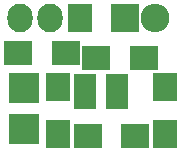
<source format=gts>
%TF.GenerationSoftware,KiCad,Pcbnew,4.0.4+e1-6308~48~ubuntu16.04.1-stable*%
%TF.CreationDate,2016-10-26T09:32:56-07:00*%
%TF.ProjectId,AT42QT1012-TSHR,415434325154313031322D545348522E,rev?*%
%TF.FileFunction,Soldermask,Top*%
%FSLAX46Y46*%
G04 Gerber Fmt 4.6, Leading zero omitted, Abs format (unit mm)*
G04 Created by KiCad (PCBNEW 4.0.4+e1-6308~48~ubuntu16.04.1-stable) date Wed Oct 26 09:32:56 2016*
%MOMM*%
%LPD*%
G01*
G04 APERTURE LIST*
%ADD10C,0.050000*%
%ADD11R,2.400000X2.000000*%
%ADD12R,2.432000X2.432000*%
%ADD13O,2.432000X2.432000*%
%ADD14R,2.635200X2.635200*%
%ADD15R,2.127200X2.432000*%
%ADD16O,2.127200X2.432000*%
%ADD17R,2.100000X2.400000*%
%ADD18R,2.400000X2.100000*%
%ADD19R,1.960000X1.050000*%
G04 APERTURE END LIST*
D10*
D11*
X150675000Y-104500000D03*
X146675000Y-104500000D03*
X145950000Y-111125000D03*
X149950000Y-111125000D03*
D12*
X149110000Y-101100000D03*
D13*
X151650000Y-101100000D03*
D14*
X140500000Y-110500000D03*
X140500000Y-107000000D03*
D15*
X145300000Y-101100000D03*
D16*
X142760000Y-101100000D03*
X140220000Y-101100000D03*
D17*
X143450000Y-106925000D03*
X143450000Y-110925000D03*
D18*
X144075000Y-104050000D03*
X140075000Y-104050000D03*
D17*
X152450000Y-106950000D03*
X152450000Y-110950000D03*
D19*
X145700000Y-106400000D03*
X145700000Y-107350000D03*
X145700000Y-108300000D03*
X148400000Y-108300000D03*
X148400000Y-106400000D03*
X148400000Y-107350000D03*
M02*

</source>
